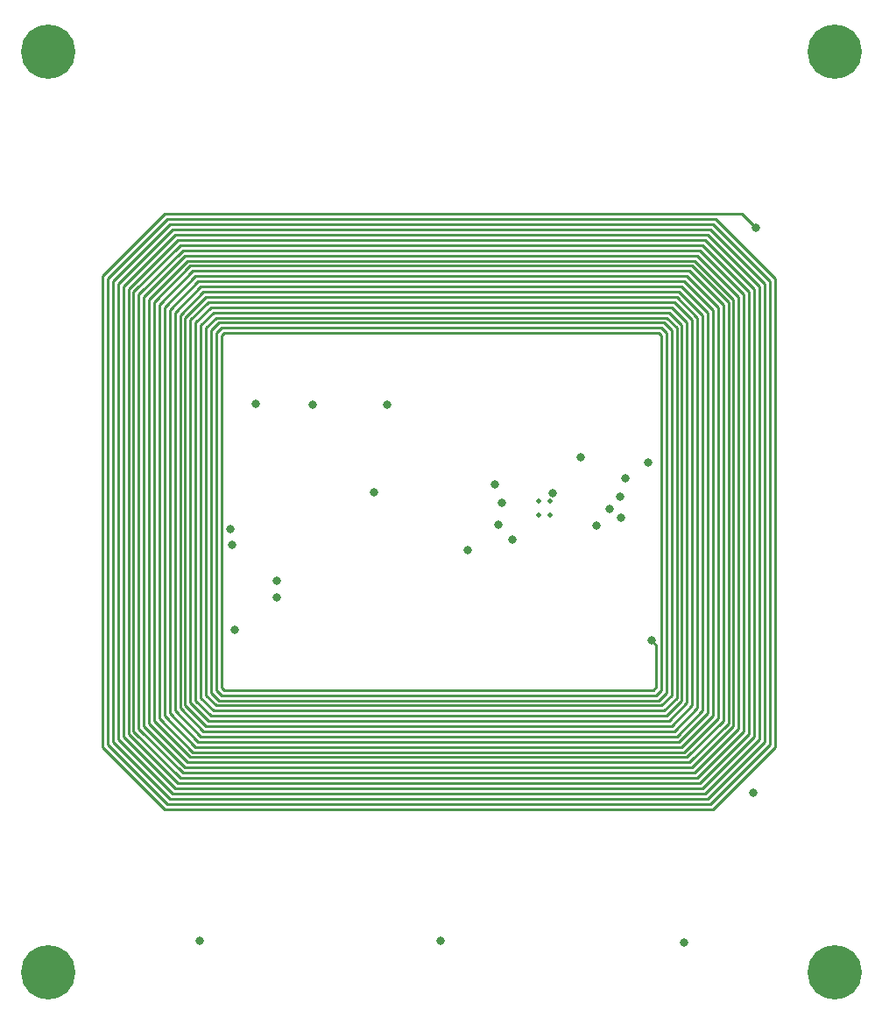
<source format=gbr>
%TF.GenerationSoftware,KiCad,Pcbnew,8.0.2-1*%
%TF.CreationDate,2024-06-12T16:50:45-07:00*%
%TF.ProjectId,solar-panel-NoCutout,736f6c61-722d-4706-916e-656c2d4e6f43,3.0*%
%TF.SameCoordinates,Original*%
%TF.FileFunction,Copper,L3,Inr*%
%TF.FilePolarity,Positive*%
%FSLAX46Y46*%
G04 Gerber Fmt 4.6, Leading zero omitted, Abs format (unit mm)*
G04 Created by KiCad (PCBNEW 8.0.2-1) date 2024-06-12 16:50:45*
%MOMM*%
%LPD*%
G01*
G04 APERTURE LIST*
%TA.AperFunction,ComponentPad*%
%ADD10C,5.250000*%
%TD*%
%TA.AperFunction,HeatsinkPad*%
%ADD11C,0.500000*%
%TD*%
%TA.AperFunction,ViaPad*%
%ADD12C,0.800000*%
%TD*%
%TA.AperFunction,Conductor*%
%ADD13C,0.250000*%
%TD*%
G04 APERTURE END LIST*
D10*
%TO.N,unconnected-(J2-Pin_1-Pad1)*%
%TO.C,J2*%
X106500000Y-70300000D03*
%TD*%
%TO.N,unconnected-(J3-Pin_1-Pad1)*%
%TO.C,J3*%
X106500000Y-159300000D03*
%TD*%
%TO.N,unconnected-(J4-Pin_1-Pad1)*%
%TO.C,J4*%
X182500000Y-70300000D03*
%TD*%
%TO.N,unconnected-(J5-Pin_1-Pad1)*%
%TO.C,J5*%
X182500000Y-159300000D03*
%TD*%
D11*
%TO.N,GND*%
%TO.C,U2*%
X155000000Y-115070000D03*
X155000000Y-113770000D03*
X153900000Y-115070000D03*
X153900000Y-113770000D03*
%TD*%
D12*
%TO.N,GND*%
X168000000Y-156390000D03*
X155250000Y-112975000D03*
X158000000Y-109500000D03*
X144450000Y-156250000D03*
X149675000Y-112100000D03*
X121120000Y-156220000D03*
X124150000Y-116450000D03*
X137975000Y-112925000D03*
X160750000Y-114500000D03*
X164500000Y-110000000D03*
%TO.N,+3V3*%
X139300000Y-104410000D03*
X150375000Y-113875000D03*
X124500000Y-126200000D03*
X151390000Y-117440000D03*
X126600000Y-104300000D03*
X132050000Y-104410000D03*
%TO.N,VSOLAR*%
X124270000Y-118000000D03*
%TO.N,Net-(U3-EN)*%
X159470000Y-116130000D03*
X162260000Y-111570000D03*
%TO.N,SDA*%
X147030000Y-118510000D03*
X128560000Y-121470000D03*
%TO.N,SCL*%
X128630000Y-123030000D03*
X149990000Y-115990000D03*
%TO.N,Net-(U3-OUT+)*%
X161890000Y-115330000D03*
X174680000Y-141950000D03*
X161820000Y-113350000D03*
X164800000Y-127190000D03*
X174900000Y-87350000D03*
%TD*%
D13*
%TO.N,Net-(U3-OUT+)*%
X166500000Y-95500000D02*
X167750000Y-96750000D01*
X121750000Y-135500000D02*
X119750000Y-133500000D01*
X121250000Y-132750000D02*
X121250000Y-96750000D01*
X166500000Y-135000000D02*
X122000000Y-135000000D01*
X123250000Y-132500000D02*
X122750000Y-132000000D01*
X112750000Y-137000000D02*
X112750000Y-92500000D01*
X118750000Y-95500000D02*
X121250000Y-93000000D01*
X122250000Y-134500000D02*
X120750000Y-133000000D01*
X120750000Y-96500000D02*
X122250000Y-95000000D01*
X167750000Y-93000000D02*
X170250000Y-95500000D01*
X167000000Y-94500000D02*
X168750000Y-96250000D01*
X167000000Y-136000000D02*
X121500000Y-136000000D01*
X121750000Y-94000000D02*
X167250000Y-94000000D01*
X120750000Y-137500000D02*
X117750000Y-134500000D01*
X112250000Y-92250000D02*
X118000000Y-86500000D01*
X113250000Y-136750000D02*
X113250000Y-92750000D01*
X169500000Y-141000000D02*
X119000000Y-141000000D01*
X123250000Y-97750000D02*
X123500000Y-97500000D01*
X116250000Y-135250000D02*
X116250000Y-94250000D01*
X122750000Y-96000000D02*
X166250000Y-96000000D01*
X117250000Y-134750000D02*
X117250000Y-94750000D01*
X119000000Y-141000000D02*
X114250000Y-136250000D01*
X170250000Y-88000000D02*
X175250000Y-93000000D01*
X169750000Y-141500000D02*
X118750000Y-141500000D01*
X171750000Y-94750000D02*
X171750000Y-135000000D01*
X172750000Y-94250000D02*
X172750000Y-135500000D01*
X174750000Y-93250000D02*
X174750000Y-136500000D01*
X166250000Y-97500000D02*
X166250000Y-132250000D01*
X168750000Y-91000000D02*
X172250000Y-94500000D01*
X165000000Y-132000000D02*
X123500000Y-132000000D01*
X173750000Y-136000000D02*
X169250000Y-140500000D01*
X170750000Y-134500000D02*
X167750000Y-137500000D01*
X111750000Y-137500000D02*
X111750000Y-92000000D01*
X120250000Y-133250000D02*
X120250000Y-96250000D01*
X121000000Y-92500000D02*
X168000000Y-92500000D01*
X118000000Y-143000000D02*
X112250000Y-137250000D01*
X123000000Y-133000000D02*
X122250000Y-132250000D01*
X116250000Y-94250000D02*
X120000000Y-90500000D01*
X164800000Y-127190000D02*
X165290000Y-127680000D01*
X168250000Y-96500000D02*
X168250000Y-133250000D01*
X122250000Y-132250000D02*
X122250000Y-97250000D01*
X119500000Y-89500000D02*
X169500000Y-89500000D01*
X170750000Y-143500000D02*
X117750000Y-143500000D01*
X171000000Y-86500000D02*
X176750000Y-92250000D01*
X168250000Y-92000000D02*
X171250000Y-95000000D01*
X122750000Y-132000000D02*
X122750000Y-97500000D01*
X118250000Y-142500000D02*
X112750000Y-137000000D01*
X123250000Y-97000000D02*
X165750000Y-97000000D01*
X170500000Y-87500000D02*
X175750000Y-92750000D01*
X121750000Y-132500000D02*
X121750000Y-97000000D01*
X119250000Y-140500000D02*
X114750000Y-136000000D01*
X167750000Y-137500000D02*
X120750000Y-137500000D01*
X166750000Y-97250000D02*
X166750000Y-132500000D01*
X115250000Y-93750000D02*
X119500000Y-89500000D01*
X117750000Y-143500000D02*
X111750000Y-137500000D01*
X121000000Y-137000000D02*
X118250000Y-134250000D01*
X166750000Y-135500000D02*
X121750000Y-135500000D01*
X119250000Y-133750000D02*
X119250000Y-95750000D01*
X118750000Y-134000000D02*
X118750000Y-95500000D01*
X121500000Y-93500000D02*
X167500000Y-93500000D01*
X118250000Y-87000000D02*
X170750000Y-87000000D01*
X175250000Y-93000000D02*
X175250000Y-136750000D01*
X169750000Y-89000000D02*
X174250000Y-93500000D01*
X120750000Y-133000000D02*
X120750000Y-96500000D01*
X173750000Y-93750000D02*
X173750000Y-136000000D01*
X121250000Y-136500000D02*
X118750000Y-134000000D01*
X176750000Y-137500000D02*
X170750000Y-143500000D01*
X122750000Y-97500000D02*
X123250000Y-97000000D01*
X174750000Y-136500000D02*
X169750000Y-141500000D01*
X119750000Y-90000000D02*
X169250000Y-90000000D01*
X165500000Y-97500000D02*
X165750000Y-97750000D01*
X170500000Y-143000000D02*
X118000000Y-143000000D01*
X117750000Y-134500000D02*
X117750000Y-95000000D01*
X172750000Y-135500000D02*
X168750000Y-139500000D01*
X173250000Y-135750000D02*
X169000000Y-140000000D01*
X169000000Y-90500000D02*
X172750000Y-94250000D01*
X117250000Y-94750000D02*
X120500000Y-91500000D01*
X166750000Y-132500000D02*
X165750000Y-133500000D01*
X114750000Y-93500000D02*
X119250000Y-89000000D01*
X174250000Y-136250000D02*
X169500000Y-141000000D01*
X119500000Y-140000000D02*
X115250000Y-135750000D01*
X113750000Y-93000000D02*
X118750000Y-88000000D01*
X169250000Y-140500000D02*
X119250000Y-140500000D01*
X168000000Y-92500000D02*
X170750000Y-95250000D01*
X171250000Y-134750000D02*
X168000000Y-138000000D01*
X170000000Y-88500000D02*
X174750000Y-93250000D01*
X167750000Y-96750000D02*
X167750000Y-133000000D01*
X168500000Y-91500000D02*
X171750000Y-94750000D01*
X122000000Y-94500000D02*
X167000000Y-94500000D01*
X169750000Y-134000000D02*
X167250000Y-136500000D01*
X165750000Y-97000000D02*
X166250000Y-97500000D01*
X165250000Y-132500000D02*
X123250000Y-132500000D01*
X117750000Y-95000000D02*
X120750000Y-92000000D01*
X167500000Y-93500000D02*
X169750000Y-95750000D01*
X120250000Y-91000000D02*
X168750000Y-91000000D01*
X121250000Y-96750000D02*
X122500000Y-95500000D01*
X169500000Y-89500000D02*
X173750000Y-93750000D01*
X170250000Y-134250000D02*
X167500000Y-137000000D01*
X123500000Y-132000000D02*
X123250000Y-131750000D01*
X119750000Y-133500000D02*
X119750000Y-96000000D01*
X169250000Y-133750000D02*
X167000000Y-136000000D01*
X170250000Y-142500000D02*
X118250000Y-142500000D01*
X122250000Y-97250000D02*
X123000000Y-96500000D01*
X121250000Y-93000000D02*
X167750000Y-93000000D01*
X118000000Y-86500000D02*
X171000000Y-86500000D01*
X120250000Y-138500000D02*
X116750000Y-135000000D01*
X166250000Y-132250000D02*
X165500000Y-133000000D01*
X176250000Y-92500000D02*
X176250000Y-137250000D01*
X165500000Y-133000000D02*
X123000000Y-133000000D01*
X167500000Y-137000000D02*
X121000000Y-137000000D01*
X166000000Y-134000000D02*
X122500000Y-134000000D01*
X114250000Y-136250000D02*
X114250000Y-93250000D01*
X176250000Y-137250000D02*
X170500000Y-143000000D01*
X170750000Y-87000000D02*
X176250000Y-92500000D01*
X123000000Y-96500000D02*
X166000000Y-96500000D01*
X166250000Y-134500000D02*
X122250000Y-134500000D01*
X117750000Y-86000000D02*
X173550000Y-86000000D01*
X115750000Y-135500000D02*
X115750000Y-94000000D01*
X118750000Y-141500000D02*
X113750000Y-136500000D01*
X172250000Y-94500000D02*
X172250000Y-135250000D01*
X118250000Y-95250000D02*
X121000000Y-92500000D01*
X165750000Y-133500000D02*
X122750000Y-133500000D01*
X120000000Y-90500000D02*
X169000000Y-90500000D01*
X170250000Y-95500000D02*
X170250000Y-134250000D01*
X166000000Y-96500000D02*
X166750000Y-97250000D01*
X120250000Y-96250000D02*
X122000000Y-94500000D01*
X114750000Y-136000000D02*
X114750000Y-93500000D01*
X166250000Y-96000000D02*
X167250000Y-97000000D01*
X115250000Y-135750000D02*
X115250000Y-93750000D01*
X167250000Y-132750000D02*
X166000000Y-134000000D01*
X165750000Y-132000000D02*
X165250000Y-132500000D01*
X120500000Y-91500000D02*
X168500000Y-91500000D01*
X112250000Y-137250000D02*
X112250000Y-92250000D01*
X170000000Y-142000000D02*
X118500000Y-142000000D01*
X167250000Y-97000000D02*
X167250000Y-132750000D01*
X168250000Y-133250000D02*
X166500000Y-135000000D01*
X121750000Y-97000000D02*
X122750000Y-96000000D01*
X167250000Y-94000000D02*
X169250000Y-96000000D01*
X169000000Y-140000000D02*
X119500000Y-140000000D01*
X113750000Y-136500000D02*
X113750000Y-93000000D01*
X118250000Y-134250000D02*
X118250000Y-95250000D01*
X116750000Y-94500000D02*
X120250000Y-91000000D01*
X173250000Y-94000000D02*
X173250000Y-135750000D01*
X119250000Y-89000000D02*
X169750000Y-89000000D01*
X119750000Y-139500000D02*
X115750000Y-135500000D01*
X120000000Y-139000000D02*
X116250000Y-135250000D01*
X111750000Y-92000000D02*
X117750000Y-86000000D01*
X120500000Y-138000000D02*
X117250000Y-134750000D01*
X166750000Y-95000000D02*
X168250000Y-96500000D01*
X122000000Y-135000000D02*
X120250000Y-133250000D01*
X165290000Y-127680000D02*
X165290000Y-131710000D01*
X168000000Y-138000000D02*
X120500000Y-138000000D01*
X176750000Y-92250000D02*
X176750000Y-137500000D01*
X122500000Y-134000000D02*
X121250000Y-132750000D01*
X168750000Y-133500000D02*
X166750000Y-135500000D01*
X170750000Y-95250000D02*
X170750000Y-134500000D01*
X172250000Y-135250000D02*
X168500000Y-139000000D01*
X165290000Y-131710000D02*
X165000000Y-132000000D01*
X119750000Y-96000000D02*
X121750000Y-94000000D01*
X171250000Y-95000000D02*
X171250000Y-134750000D01*
X116750000Y-135000000D02*
X116750000Y-94500000D01*
X119000000Y-88500000D02*
X170000000Y-88500000D01*
X118750000Y-88000000D02*
X170250000Y-88000000D01*
X169750000Y-95750000D02*
X169750000Y-134000000D01*
X168750000Y-139500000D02*
X119750000Y-139500000D01*
X167750000Y-133000000D02*
X166250000Y-134500000D01*
X122750000Y-133500000D02*
X121750000Y-132500000D01*
X122500000Y-95500000D02*
X166500000Y-95500000D01*
X113250000Y-92750000D02*
X118500000Y-87500000D01*
X173550000Y-86000000D02*
X174900000Y-87350000D01*
X174250000Y-93500000D02*
X174250000Y-136250000D01*
X169250000Y-90000000D02*
X173250000Y-94000000D01*
X122250000Y-95000000D02*
X166750000Y-95000000D01*
X175250000Y-136750000D02*
X170000000Y-142000000D01*
X165750000Y-97750000D02*
X165750000Y-132000000D01*
X168500000Y-139000000D02*
X120000000Y-139000000D01*
X167250000Y-136500000D02*
X121250000Y-136500000D01*
X123500000Y-97500000D02*
X165500000Y-97500000D01*
X168750000Y-96250000D02*
X168750000Y-133500000D01*
X168250000Y-138500000D02*
X120250000Y-138500000D01*
X123250000Y-131750000D02*
X123250000Y-97750000D01*
X120750000Y-92000000D02*
X168250000Y-92000000D01*
X171750000Y-135000000D02*
X168250000Y-138500000D01*
X175750000Y-92750000D02*
X175750000Y-137000000D01*
X118500000Y-142000000D02*
X113250000Y-136750000D01*
X118500000Y-87500000D02*
X170500000Y-87500000D01*
X114250000Y-93250000D02*
X119000000Y-88500000D01*
X119250000Y-95750000D02*
X121500000Y-93500000D01*
X169250000Y-96000000D02*
X169250000Y-133750000D01*
X175750000Y-137000000D02*
X170250000Y-142500000D01*
X112750000Y-92500000D02*
X118250000Y-87000000D01*
X121500000Y-136000000D02*
X119250000Y-133750000D01*
X115750000Y-94000000D02*
X119750000Y-90000000D01*
%TD*%
M02*

</source>
